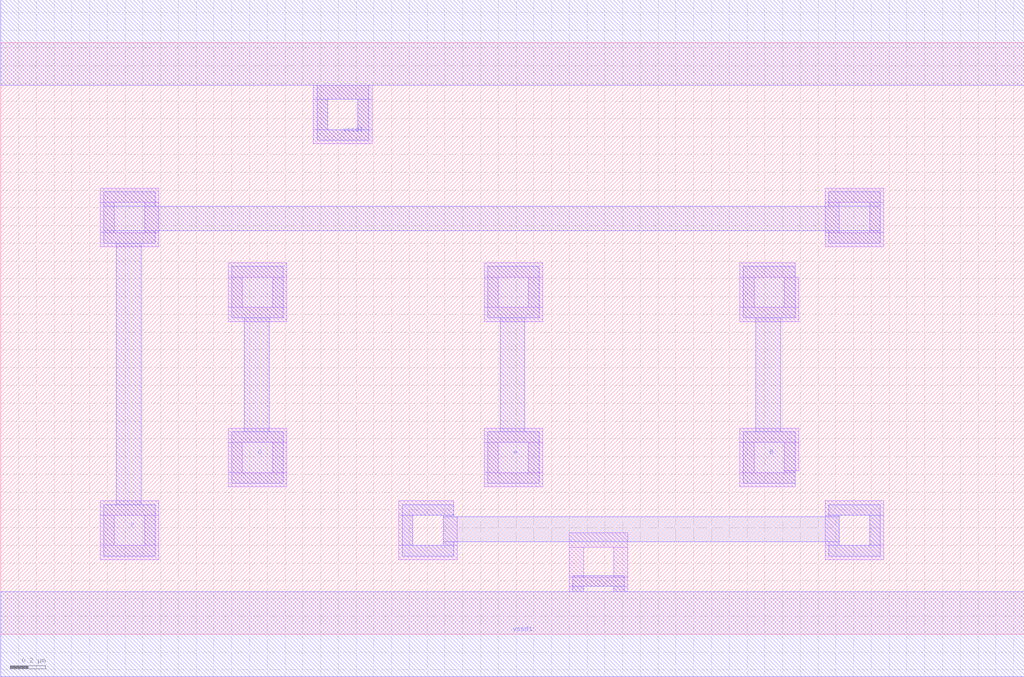
<source format=lef>
VERSION 5.7 ;
  NOWIREEXTENSIONATPIN ON ;
  DIVIDERCHAR "/" ;
  BUSBITCHARS "[]" ;
MACRO OAI21X1
  CLASS CORE ;
  FOREIGN OAI21X1 ;
  ORIGIN 0.000 0.000 ;
  SIZE 5.760 BY 3.330 ;
  SYMMETRY X Y R90 ;
  SITE unit ;
  PIN vccd1
    DIRECTION INOUT ;
    USE POWER ;
    SHAPE ABUTMENT ;
    PORT
      LAYER met1 ;
        RECT 0.000 3.090 5.760 3.570 ;
        RECT 1.780 3.010 2.070 3.090 ;
        RECT 1.780 2.840 1.840 3.010 ;
        RECT 2.010 2.840 2.070 3.010 ;
        RECT 1.780 2.780 2.070 2.840 ;
    END
  END vccd1
  PIN vssd1
    DIRECTION INOUT ;
    USE GROUND ;
    SHAPE ABUTMENT ;
    PORT
      LAYER met1 ;
        RECT 3.220 0.270 3.510 0.330 ;
        RECT 3.220 0.240 3.280 0.270 ;
        RECT 3.450 0.240 3.510 0.270 ;
        RECT 0.000 -0.240 5.760 0.240 ;
    END
  END vssd1
  PIN Y
    DIRECTION INOUT ;
    USE SIGNAL ;
    SHAPE ABUTMENT ;
    PORT
      LAYER met1 ;
        RECT 0.580 2.410 0.870 2.490 ;
        RECT 4.660 2.410 4.950 2.490 ;
        RECT 0.580 2.270 4.950 2.410 ;
        RECT 0.580 2.200 0.870 2.270 ;
        RECT 4.660 2.200 4.950 2.270 ;
        RECT 0.650 0.730 0.790 2.200 ;
        RECT 0.580 0.440 0.870 0.730 ;
    END
  END Y
  PIN A
    DIRECTION INOUT ;
    USE SIGNAL ;
    SHAPE ABUTMENT ;
    PORT
      LAYER met1 ;
        RECT 2.740 1.780 3.030 2.070 ;
        RECT 2.810 1.140 2.950 1.780 ;
        RECT 2.740 0.850 3.030 1.140 ;
    END
  END A
  PIN B
    DIRECTION INOUT ;
    USE SIGNAL ;
    SHAPE ABUTMENT ;
    PORT
      LAYER met1 ;
        RECT 4.180 1.780 4.470 2.070 ;
        RECT 4.250 1.140 4.390 1.780 ;
        RECT 4.180 0.850 4.470 1.140 ;
    END
  END B
  PIN C
    DIRECTION INOUT ;
    USE SIGNAL ;
    SHAPE ABUTMENT ;
    PORT
      LAYER met1 ;
        RECT 1.300 1.780 1.590 2.070 ;
        RECT 1.370 1.140 1.510 1.780 ;
        RECT 1.300 0.850 1.590 1.140 ;
    END
  END C
  OBS
      LAYER li1 ;
        RECT 1.760 3.010 2.090 3.090 ;
        RECT 1.760 2.840 1.840 3.010 ;
        RECT 2.010 2.840 2.090 3.010 ;
        RECT 1.760 2.760 2.090 2.840 ;
        RECT 0.560 2.430 0.890 2.510 ;
        RECT 0.560 2.260 0.640 2.430 ;
        RECT 0.810 2.260 0.890 2.430 ;
        RECT 0.560 2.180 0.890 2.260 ;
        RECT 4.640 2.430 4.970 2.510 ;
        RECT 4.640 2.260 4.720 2.430 ;
        RECT 4.890 2.260 4.970 2.430 ;
        RECT 4.640 2.180 4.970 2.260 ;
        RECT 1.280 2.010 1.610 2.090 ;
        RECT 1.280 1.840 1.360 2.010 ;
        RECT 1.530 1.840 1.610 2.010 ;
        RECT 1.280 1.760 1.610 1.840 ;
        RECT 2.720 2.010 3.050 2.090 ;
        RECT 2.720 1.840 2.800 2.010 ;
        RECT 2.970 1.840 3.050 2.010 ;
        RECT 2.720 1.760 3.050 1.840 ;
        RECT 4.160 2.010 4.470 2.090 ;
        RECT 4.160 1.840 4.240 2.010 ;
        RECT 4.410 1.840 4.490 2.010 ;
        RECT 4.160 1.760 4.490 1.840 ;
        RECT 1.280 1.080 1.610 1.160 ;
        RECT 1.280 0.910 1.360 1.080 ;
        RECT 1.530 0.910 1.610 1.080 ;
        RECT 1.280 0.830 1.610 0.910 ;
        RECT 2.720 1.080 3.050 1.160 ;
        RECT 2.720 0.910 2.800 1.080 ;
        RECT 2.970 0.910 3.050 1.080 ;
        RECT 2.720 0.830 3.050 0.910 ;
        RECT 4.160 1.080 4.490 1.160 ;
        RECT 4.160 0.910 4.240 1.080 ;
        RECT 4.410 0.920 4.490 1.080 ;
        RECT 4.410 0.910 4.470 0.920 ;
        RECT 4.160 0.830 4.470 0.910 ;
        RECT 0.560 0.670 0.890 0.750 ;
        RECT 0.560 0.500 0.640 0.670 ;
        RECT 0.810 0.500 0.890 0.670 ;
        RECT 0.560 0.420 0.890 0.500 ;
        RECT 2.240 0.670 2.550 0.750 ;
        RECT 2.240 0.500 2.320 0.670 ;
        RECT 2.490 0.660 2.550 0.670 ;
        RECT 4.640 0.670 4.970 0.750 ;
        RECT 2.490 0.500 2.570 0.660 ;
        RECT 2.240 0.420 2.570 0.500 ;
        RECT 3.200 0.490 3.530 0.570 ;
        RECT 3.200 0.320 3.280 0.490 ;
        RECT 3.450 0.320 3.530 0.490 ;
        RECT 4.640 0.500 4.720 0.670 ;
        RECT 4.890 0.500 4.970 0.670 ;
        RECT 4.640 0.420 4.970 0.500 ;
        RECT 3.200 0.270 3.530 0.320 ;
        RECT 3.200 0.240 3.280 0.270 ;
        RECT 3.450 0.240 3.530 0.270 ;
      LAYER met1 ;
        RECT 2.260 0.670 2.550 0.730 ;
        RECT 2.260 0.500 2.320 0.670 ;
        RECT 2.490 0.660 2.550 0.670 ;
        RECT 4.660 0.670 4.950 0.730 ;
        RECT 4.660 0.660 4.720 0.670 ;
        RECT 2.490 0.520 4.720 0.660 ;
        RECT 2.490 0.500 2.550 0.520 ;
        RECT 2.260 0.440 2.550 0.500 ;
        RECT 4.660 0.500 4.720 0.520 ;
        RECT 4.890 0.500 4.950 0.670 ;
        RECT 4.660 0.440 4.950 0.500 ;
  END
END OAI21X1
END LIBRARY


</source>
